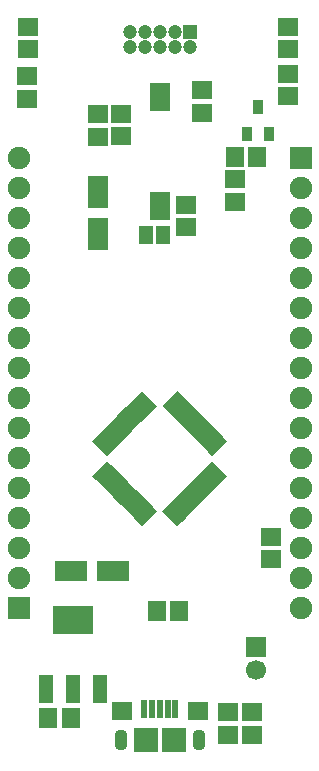
<source format=gbr>
G04 DipTrace 2.4.0.2*
%INTopMask.gbr*%
%MOMM*%
%ADD26R,1.7X1.7*%
%ADD27C,1.7*%
%ADD28R,1.9X1.9*%
%ADD55R,3.45X2.35*%
%ADD57R,1.15X2.35*%
%ADD61R,1.8X2.4*%
%ADD63R,0.85X1.25*%
%ADD67R,1.2X1.55*%
%ADD69C,1.2*%
%ADD71R,1.2X1.2*%
%ADD73R,0.6X1.55*%
%ADD75R,1.8X1.6*%
%ADD77O,1.1X1.8*%
%ADD79R,2.1X2.1*%
%ADD80C,1.9*%
%ADD83R,1.8X2.8*%
%ADD85R,1.7X1.5*%
%ADD87R,1.5X1.7*%
%ADD89R,2.8X1.8*%
%FSLAX53Y53*%
G04*
G71*
G90*
G75*
G01*
%LNTopMask*%
%LPD*%
D89*
X9531Y15813D3*
X5931D3*
D85*
X22907Y18771D3*
Y16871D3*
D83*
X8232Y44351D3*
Y47951D3*
D85*
X10185Y52680D3*
Y54580D3*
X21260Y1981D3*
Y3881D3*
D87*
X13221Y12497D3*
X15121D3*
X5899Y3392D3*
X3999D3*
D85*
X2261Y60010D3*
Y61910D3*
X24308D3*
Y60010D3*
D28*
X1524Y12700D3*
D80*
Y15240D3*
Y17780D3*
Y20320D3*
Y22860D3*
Y25400D3*
Y27940D3*
Y30480D3*
Y33020D3*
Y35560D3*
Y38100D3*
Y40640D3*
Y43180D3*
Y45720D3*
Y48260D3*
Y50800D3*
D28*
X25400D3*
D80*
Y48260D3*
Y45720D3*
Y43180D3*
Y40640D3*
Y38100D3*
Y35560D3*
Y33020D3*
Y30480D3*
Y27940D3*
Y25400D3*
Y22860D3*
Y20320D3*
Y17780D3*
Y15240D3*
Y12700D3*
D79*
X14662Y1524D3*
X12262D3*
D77*
X10162D3*
X16762D3*
D75*
X10262Y3974D3*
X16662D3*
D73*
X12162Y4199D3*
X12812D3*
X13462D3*
X14112D3*
X14762D3*
D71*
X16002Y61468D3*
D69*
X14732D3*
X13462D3*
X12192D3*
X10922D3*
X16002Y60198D3*
X14732D3*
X13462D3*
X12192D3*
X10922D3*
D67*
X13761Y44328D3*
X12261D3*
D26*
X21597Y9455D3*
D27*
Y7455D3*
D63*
X20816Y52867D3*
X22716D3*
X21766Y55167D3*
D85*
X15650Y46865D3*
Y44965D3*
X8204Y52629D3*
Y54529D3*
X19228Y3886D3*
Y1986D3*
X2200Y55826D3*
Y57726D3*
X24308Y56032D3*
Y57932D3*
X19831Y47112D3*
Y49012D3*
D87*
X21723Y50902D3*
X19823D3*
D85*
X16992Y56558D3*
Y54658D3*
D61*
X13462Y46787D3*
Y55987D3*
G36*
X18836Y27238D2*
X19190Y26885D1*
X17917Y25612D1*
X17563Y25966D1*
X18836Y27238D1*
G37*
G36*
X18482Y27592D2*
X18836Y27238D1*
X17563Y25966D1*
X17210Y26319D1*
X18482Y27592D1*
G37*
G36*
X18129Y27946D2*
X18482Y27592D1*
X17210Y26319D1*
X16856Y26673D1*
X18129Y27946D1*
G37*
G36*
X17775Y28299D2*
X18129Y27946D1*
X16856Y26673D1*
X16503Y27026D1*
X17775Y28299D1*
G37*
G36*
X17422Y28653D2*
X17775Y28299D1*
X16503Y27026D1*
X16149Y27380D1*
X17422Y28653D1*
G37*
G36*
X17068Y29006D2*
X17422Y28653D1*
X16149Y27380D1*
X15795Y27733D1*
X17068Y29006D1*
G37*
G36*
X16715Y29360D2*
X17068Y29006D1*
X15795Y27733D1*
X15442Y28087D1*
X16715Y29360D1*
G37*
G36*
X16361Y29713D2*
X16715Y29360D1*
X15442Y28087D1*
X15088Y28441D1*
X16361Y29713D1*
G37*
G36*
X16008Y30067D2*
X16361Y29713D1*
X15088Y28441D1*
X14735Y28794D1*
X16008Y30067D1*
G37*
G36*
X15654Y30420D2*
X16008Y30067D1*
X14735Y28794D1*
X14381Y29148D1*
X15654Y30420D1*
G37*
G36*
X15300Y30774D2*
X15654Y30420D1*
X14381Y29148D1*
X14028Y29501D1*
X15300Y30774D1*
G37*
G36*
X14947Y31128D2*
X15300Y30774D1*
X14028Y29501D1*
X13674Y29855D1*
X14947Y31128D1*
G37*
G36*
X11624Y30774D2*
X11977Y31128D1*
X13250Y29855D1*
X12896Y29501D1*
X11624Y30774D1*
G37*
G36*
X11270Y30420D2*
X11624Y30774D1*
X12896Y29501D1*
X12543Y29148D1*
X11270Y30420D1*
G37*
G36*
X10916Y30067D2*
X11270Y30420D1*
X12543Y29148D1*
X12189Y28794D1*
X10916Y30067D1*
G37*
G36*
X10563Y29713D2*
X10916Y30067D1*
X12189Y28794D1*
X11836Y28441D1*
X10563Y29713D1*
G37*
G36*
X10209Y29360D2*
X10563Y29713D1*
X11836Y28441D1*
X11482Y28087D1*
X10209Y29360D1*
G37*
G36*
X9856Y29006D2*
X10209Y29360D1*
X11482Y28087D1*
X11129Y27733D1*
X9856Y29006D1*
G37*
G36*
X9502Y28653D2*
X9856Y29006D1*
X11129Y27733D1*
X10775Y27380D1*
X9502Y28653D1*
G37*
G36*
X9149Y28299D2*
X9502Y28653D1*
X10775Y27380D1*
X10421Y27026D1*
X9149Y28299D1*
G37*
G36*
X8795Y27946D2*
X9149Y28299D1*
X10421Y27026D1*
X10068Y26673D1*
X8795Y27946D1*
G37*
G36*
X8442Y27592D2*
X8795Y27946D1*
X10068Y26673D1*
X9714Y26319D1*
X8442Y27592D1*
G37*
G36*
X8088Y27238D2*
X8442Y27592D1*
X9714Y26319D1*
X9361Y25966D1*
X8088Y27238D1*
G37*
G36*
X7734Y26885D2*
X8088Y27238D1*
X9361Y25966D1*
X9007Y25612D1*
X7734Y26885D1*
G37*
G36*
X9007Y25188D2*
X9361Y24834D1*
X8088Y23562D1*
X7734Y23915D1*
X9007Y25188D1*
G37*
G36*
X9361Y24834D2*
X9714Y24481D1*
X8442Y23208D1*
X8088Y23562D1*
X9361Y24834D1*
G37*
G36*
X9714Y24481D2*
X10068Y24127D1*
X8795Y22854D1*
X8442Y23208D1*
X9714Y24481D1*
G37*
G36*
X10068Y24127D2*
X10421Y23774D1*
X9149Y22501D1*
X8795Y22854D1*
X10068Y24127D1*
G37*
G36*
X10421Y23774D2*
X10775Y23420D1*
X9502Y22147D1*
X9149Y22501D1*
X10421Y23774D1*
G37*
G36*
X10775Y23420D2*
X11129Y23067D1*
X9856Y21794D1*
X9502Y22147D1*
X10775Y23420D1*
G37*
G36*
X11129Y23067D2*
X11482Y22713D1*
X10209Y21440D1*
X9856Y21794D1*
X11129Y23067D1*
G37*
G36*
X11482Y22713D2*
X11836Y22359D1*
X10563Y21087D1*
X10209Y21440D1*
X11482Y22713D1*
G37*
G36*
X11836Y22359D2*
X12189Y22006D1*
X10916Y20733D1*
X10563Y21087D1*
X11836Y22359D1*
G37*
G36*
X12189Y22006D2*
X12543Y21652D1*
X11270Y20380D1*
X10916Y20733D1*
X12189Y22006D1*
G37*
G36*
X12543Y21652D2*
X12896Y21299D1*
X11624Y20026D1*
X11270Y20380D1*
X12543Y21652D1*
G37*
G36*
X12896Y21299D2*
X13250Y20945D1*
X11977Y19672D1*
X11624Y20026D1*
X12896Y21299D1*
G37*
G36*
X13674Y20945D2*
X14028Y21299D1*
X15300Y20026D1*
X14947Y19672D1*
X13674Y20945D1*
G37*
G36*
X14028Y21299D2*
X14381Y21652D1*
X15654Y20380D1*
X15300Y20026D1*
X14028Y21299D1*
G37*
G36*
X14381Y21652D2*
X14735Y22006D1*
X16008Y20733D1*
X15654Y20380D1*
X14381Y21652D1*
G37*
G36*
X14735Y22006D2*
X15088Y22359D1*
X16361Y21087D1*
X16008Y20733D1*
X14735Y22006D1*
G37*
G36*
X15088Y22359D2*
X15442Y22713D1*
X16715Y21440D1*
X16361Y21087D1*
X15088Y22359D1*
G37*
G36*
X15442Y22713D2*
X15795Y23067D1*
X17068Y21794D1*
X16715Y21440D1*
X15442Y22713D1*
G37*
G36*
X15795Y23067D2*
X16149Y23420D1*
X17422Y22147D1*
X17068Y21794D1*
X15795Y23067D1*
G37*
G36*
X16149Y23420D2*
X16503Y23774D1*
X17775Y22501D1*
X17422Y22147D1*
X16149Y23420D1*
G37*
G36*
X16503Y23774D2*
X16856Y24127D1*
X18129Y22854D1*
X17775Y22501D1*
X16503Y23774D1*
G37*
G36*
X16856Y24127D2*
X17210Y24481D1*
X18482Y23208D1*
X18129Y22854D1*
X16856Y24127D1*
G37*
G36*
X17210Y24481D2*
X17563Y24834D1*
X18836Y23562D1*
X18482Y23208D1*
X17210Y24481D1*
G37*
G36*
X17563Y24834D2*
X17917Y25188D1*
X19190Y23915D1*
X18836Y23562D1*
X17563Y24834D1*
G37*
D57*
X3797Y5899D3*
X6097D3*
X8397D3*
D55*
X6097Y11699D3*
M02*

</source>
